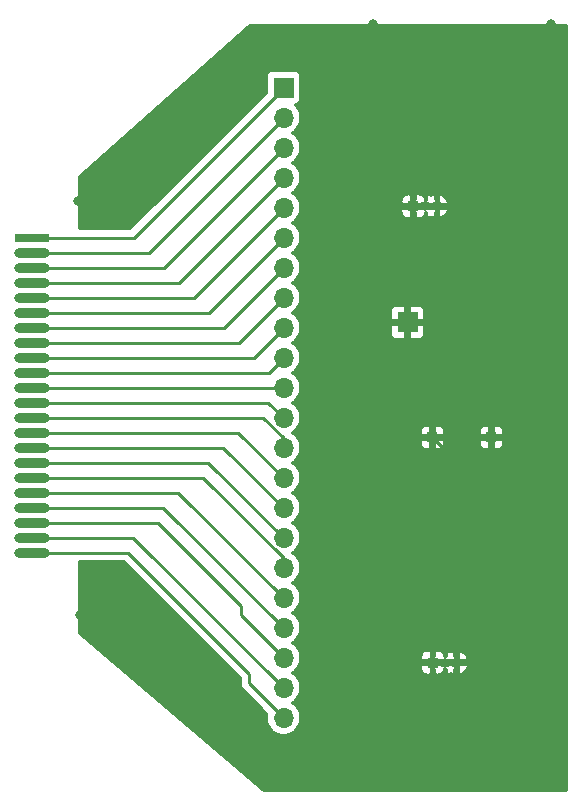
<source format=gbr>
%TF.GenerationSoftware,KiCad,Pcbnew,(5.1.10)-1*%
%TF.CreationDate,2021-07-07T12:53:47+10:00*%
%TF.ProjectId,Converter,436f6e76-6572-4746-9572-2e6b69636164,rev?*%
%TF.SameCoordinates,Original*%
%TF.FileFunction,Copper,L1,Top*%
%TF.FilePolarity,Positive*%
%FSLAX46Y46*%
G04 Gerber Fmt 4.6, Leading zero omitted, Abs format (unit mm)*
G04 Created by KiCad (PCBNEW (5.1.10)-1) date 2021-07-07 12:53:47*
%MOMM*%
%LPD*%
G01*
G04 APERTURE LIST*
%TA.AperFunction,SMDPad,CuDef*%
%ADD10O,3.000000X0.800000*%
%TD*%
%TA.AperFunction,ConnectorPad*%
%ADD11O,3.000000X0.800000*%
%TD*%
%TA.AperFunction,SMDPad,CuDef*%
%ADD12R,3.000000X0.800000*%
%TD*%
%TA.AperFunction,ComponentPad*%
%ADD13R,0.850000X0.850000*%
%TD*%
%TA.AperFunction,ComponentPad*%
%ADD14O,0.850000X0.850000*%
%TD*%
%TA.AperFunction,ComponentPad*%
%ADD15O,1.700000X1.700000*%
%TD*%
%TA.AperFunction,ComponentPad*%
%ADD16R,1.700000X1.700000*%
%TD*%
%TA.AperFunction,ViaPad*%
%ADD17C,0.800000*%
%TD*%
%TA.AperFunction,Conductor*%
%ADD18C,0.250000*%
%TD*%
%TA.AperFunction,Conductor*%
%ADD19C,0.300000*%
%TD*%
%TA.AperFunction,Conductor*%
%ADD20C,0.100000*%
%TD*%
G04 APERTURE END LIST*
D10*
%TO.P,J1,22*%
%TO.N,Net-(J1-Pad22)*%
X111060000Y-109760000D03*
%TO.P,J1,21*%
%TO.N,Net-(J1-Pad21)*%
X111060000Y-108490000D03*
%TO.P,J1,20*%
%TO.N,Net-(J1-Pad20)*%
X111060000Y-107220000D03*
%TO.P,J1,19*%
%TO.N,Net-(J1-Pad19)*%
X111060000Y-105950000D03*
%TO.P,J1,18*%
%TO.N,Net-(J1-Pad18)*%
X111060000Y-104680000D03*
%TO.P,J1,17*%
%TO.N,Net-(J1-Pad17)*%
X111060000Y-103410000D03*
%TO.P,J1,16*%
%TO.N,Net-(J1-Pad16)*%
X111060000Y-102140000D03*
%TO.P,J1,15*%
%TO.N,Net-(J1-Pad15)*%
X111060000Y-100870000D03*
%TO.P,J1,14*%
%TO.N,Net-(J1-Pad14)*%
X111060000Y-99600000D03*
%TO.P,J1,13*%
%TO.N,Net-(J1-Pad13)*%
X111060000Y-98330000D03*
D11*
%TO.P,J1,12*%
%TO.N,Net-(J1-Pad12)*%
X111060000Y-97060000D03*
D10*
%TO.P,J1,11*%
%TO.N,Net-(J1-Pad11)*%
X111060000Y-95790000D03*
%TO.P,J1,10*%
%TO.N,Net-(J1-Pad10)*%
X111060000Y-94520000D03*
%TO.P,J1,9*%
%TO.N,Net-(J1-Pad9)*%
X111060000Y-93250000D03*
D11*
%TO.P,J1,8*%
%TO.N,Net-(J1-Pad8)*%
X111060000Y-91980000D03*
D10*
%TO.P,J1,7*%
%TO.N,Net-(J1-Pad7)*%
X111060000Y-90710000D03*
%TO.P,J1,6*%
%TO.N,Net-(J1-Pad6)*%
X111060000Y-89440000D03*
%TO.P,J1,5*%
%TO.N,Net-(J1-Pad5)*%
X111060000Y-88170000D03*
%TO.P,J1,4*%
%TO.N,Net-(J1-Pad4)*%
X111060000Y-86900000D03*
%TO.P,J1,3*%
%TO.N,Net-(J1-Pad3)*%
X111060000Y-85630000D03*
%TO.P,J1,2*%
%TO.N,Net-(J1-Pad2)*%
X111060000Y-84360000D03*
D12*
%TO.P,J1,1*%
%TO.N,Net-(J1-Pad1)*%
X111060000Y-83090000D03*
%TD*%
D13*
%TO.P,REF\u002A\u002A,1*%
%TO.N,GND*%
X145030000Y-119080000D03*
D14*
%TO.P,REF\u002A\u002A,2*%
X146030000Y-119080000D03*
%TO.P,REF\u002A\u002A,3*%
X147030000Y-119080000D03*
%TD*%
D13*
%TO.P,REF\u002A\u002A,1*%
%TO.N,GND*%
X143380000Y-80440000D03*
D14*
%TO.P,REF\u002A\u002A,2*%
X144380000Y-80440000D03*
%TO.P,REF\u002A\u002A,3*%
X145380000Y-80440000D03*
%TD*%
D13*
%TO.P,REF\u002A\u002A,1*%
%TO.N,GND*%
X150000000Y-100000000D03*
%TD*%
%TO.P,REF\u002A\u002A,1*%
%TO.N,GND*%
X145000000Y-100000000D03*
%TD*%
D15*
%TO.P,J2,22*%
%TO.N,Net-(J1-Pad22)*%
X132400000Y-123740000D03*
%TO.P,J2,21*%
%TO.N,Net-(J1-Pad21)*%
X132400000Y-121200000D03*
%TO.P,J2,20*%
%TO.N,Net-(J1-Pad20)*%
X132400000Y-118660000D03*
%TO.P,J2,19*%
%TO.N,Net-(J1-Pad19)*%
X132400000Y-116120000D03*
%TO.P,J2,18*%
%TO.N,Net-(J1-Pad18)*%
X132400000Y-113580000D03*
%TO.P,J2,17*%
%TO.N,Net-(J1-Pad17)*%
X132400000Y-111040000D03*
%TO.P,J2,16*%
%TO.N,Net-(J1-Pad16)*%
X132400000Y-108500000D03*
%TO.P,J2,15*%
%TO.N,Net-(J1-Pad15)*%
X132400000Y-105960000D03*
%TO.P,J2,14*%
%TO.N,Net-(J1-Pad14)*%
X132400000Y-103420000D03*
%TO.P,J2,13*%
%TO.N,Net-(J1-Pad13)*%
X132400000Y-100880000D03*
%TO.P,J2,12*%
%TO.N,Net-(J1-Pad12)*%
X132400000Y-98340000D03*
%TO.P,J2,11*%
%TO.N,Net-(J1-Pad11)*%
X132400000Y-95800000D03*
%TO.P,J2,10*%
%TO.N,Net-(J1-Pad10)*%
X132400000Y-93260000D03*
%TO.P,J2,9*%
%TO.N,Net-(J1-Pad9)*%
X132400000Y-90720000D03*
%TO.P,J2,8*%
%TO.N,Net-(J1-Pad8)*%
X132400000Y-88180000D03*
%TO.P,J2,7*%
%TO.N,Net-(J1-Pad7)*%
X132400000Y-85640000D03*
%TO.P,J2,6*%
%TO.N,Net-(J1-Pad6)*%
X132400000Y-83100000D03*
%TO.P,J2,5*%
%TO.N,Net-(J1-Pad5)*%
X132400000Y-80560000D03*
%TO.P,J2,4*%
%TO.N,Net-(J1-Pad4)*%
X132400000Y-78020000D03*
%TO.P,J2,3*%
%TO.N,Net-(J1-Pad3)*%
X132400000Y-75480000D03*
%TO.P,J2,2*%
%TO.N,Net-(J1-Pad2)*%
X132400000Y-72940000D03*
D16*
%TO.P,J2,1*%
%TO.N,Net-(J1-Pad1)*%
X132400000Y-70400000D03*
%TD*%
%TO.P,J3,1*%
%TO.N,GND*%
X142900000Y-90270000D03*
%TD*%
D17*
%TO.N,GND*%
X152020000Y-118230000D03*
X124900000Y-122700000D03*
X122300000Y-74400000D03*
X115000000Y-80000000D03*
X129100000Y-68300000D03*
X115200000Y-115000000D03*
X140000000Y-125000000D03*
X140000000Y-115000000D03*
X140000000Y-105000000D03*
X140000000Y-95000000D03*
X140000000Y-85000000D03*
X140000000Y-75000000D03*
X140000000Y-65000000D03*
X155000000Y-65000000D03*
X150770000Y-69270000D03*
X155000000Y-85000000D03*
X150750000Y-90750000D03*
X155000000Y-105000000D03*
X150000000Y-115000000D03*
X143110000Y-71310000D03*
X150670000Y-78570000D03*
X144820000Y-68920000D03*
X143520000Y-109920000D03*
X148460000Y-125800000D03*
%TD*%
D18*
%TO.N,Net-(J1-Pad1)*%
X119710000Y-83090000D02*
X132400000Y-70400000D01*
X111060000Y-83090000D02*
X119710000Y-83090000D01*
%TO.N,Net-(J1-Pad2)*%
X120980000Y-84360000D02*
X132400000Y-72940000D01*
X111060000Y-84360000D02*
X120980000Y-84360000D01*
%TO.N,Net-(J1-Pad3)*%
X122250000Y-85630000D02*
X132400000Y-75480000D01*
X111060000Y-85630000D02*
X122250000Y-85630000D01*
%TO.N,Net-(J1-Pad4)*%
X123520000Y-86900000D02*
X132400000Y-78020000D01*
X111060000Y-86900000D02*
X123520000Y-86900000D01*
%TO.N,Net-(J1-Pad5)*%
X124790000Y-88170000D02*
X132400000Y-80560000D01*
X111060000Y-88170000D02*
X124790000Y-88170000D01*
%TO.N,Net-(J1-Pad6)*%
X126060000Y-89440000D02*
X132400000Y-83100000D01*
X111060000Y-89440000D02*
X126060000Y-89440000D01*
%TO.N,Net-(J1-Pad7)*%
X127330000Y-90710000D02*
X132400000Y-85640000D01*
X111060000Y-90710000D02*
X127330000Y-90710000D01*
%TO.N,Net-(J1-Pad8)*%
X128600000Y-91980000D02*
X132400000Y-88180000D01*
X111060000Y-91980000D02*
X128600000Y-91980000D01*
%TO.N,Net-(J1-Pad9)*%
X129870000Y-93250000D02*
X132400000Y-90720000D01*
X111060000Y-93250000D02*
X129870000Y-93250000D01*
%TO.N,Net-(J1-Pad10)*%
X131140000Y-94520000D02*
X132400000Y-93260000D01*
X111060000Y-94520000D02*
X131140000Y-94520000D01*
%TO.N,Net-(J1-Pad11)*%
X111070000Y-95800000D02*
X111060000Y-95790000D01*
X132400000Y-95800000D02*
X111070000Y-95800000D01*
%TO.N,Net-(J1-Pad12)*%
X131120000Y-97060000D02*
X132400000Y-98340000D01*
X111060000Y-97060000D02*
X131120000Y-97060000D01*
%TO.N,Net-(J1-Pad13)*%
X132400000Y-100079002D02*
X132400000Y-100880000D01*
X130650998Y-98330000D02*
X132400000Y-100079002D01*
X111060000Y-98330000D02*
X130650998Y-98330000D01*
%TO.N,Net-(J1-Pad14)*%
X128580000Y-99600000D02*
X132400000Y-103420000D01*
X111060000Y-99600000D02*
X128580000Y-99600000D01*
%TO.N,Net-(J1-Pad15)*%
X127310000Y-100870000D02*
X132400000Y-105960000D01*
X111060000Y-100870000D02*
X127310000Y-100870000D01*
%TO.N,Net-(J1-Pad16)*%
X126040000Y-102140000D02*
X132400000Y-108500000D01*
X111060000Y-102140000D02*
X126040000Y-102140000D01*
%TO.N,Net-(J1-Pad17)*%
X132400000Y-110239002D02*
X132400000Y-111040000D01*
X125570998Y-103410000D02*
X132400000Y-110239002D01*
X111060000Y-103410000D02*
X125570998Y-103410000D01*
%TO.N,Net-(J1-Pad18)*%
X123500000Y-104680000D02*
X132400000Y-113580000D01*
X111060000Y-104680000D02*
X123500000Y-104680000D01*
%TO.N,Net-(J1-Pad19)*%
X122230000Y-105950000D02*
X132400000Y-116120000D01*
X111060000Y-105950000D02*
X122230000Y-105950000D01*
%TO.N,Net-(J1-Pad20)*%
X121760998Y-107220000D02*
X128820000Y-114279002D01*
X111060000Y-107220000D02*
X121760998Y-107220000D01*
X128820000Y-115080000D02*
X132400000Y-118660000D01*
X128820000Y-114279002D02*
X128820000Y-115080000D01*
%TO.N,Net-(J1-Pad21)*%
X119690000Y-108490000D02*
X132400000Y-121200000D01*
X111060000Y-108490000D02*
X119690000Y-108490000D01*
%TO.N,Net-(J1-Pad22)*%
X119220998Y-109760000D02*
X129470000Y-120009002D01*
X111060000Y-109760000D02*
X119220998Y-109760000D01*
X129470000Y-120810000D02*
X132400000Y-123740000D01*
X129470000Y-120009002D02*
X129470000Y-120810000D01*
%TO.N,GND*%
X150000000Y-100000000D02*
X145000000Y-100000000D01*
X145000000Y-100000000D02*
X145000000Y-115000000D01*
X155000000Y-110000000D02*
X145000000Y-100000000D01*
X155000000Y-65000000D02*
X155000000Y-70000000D01*
X140000000Y-65000000D02*
X140000000Y-75000000D01*
%TD*%
D19*
%TO.N,GND*%
X156287001Y-129850000D02*
X130707274Y-129850000D01*
X115150000Y-116525161D01*
X115150000Y-110543000D01*
X118896670Y-110543000D01*
X128687000Y-120333332D01*
X128687000Y-120771550D01*
X128683213Y-120810000D01*
X128687000Y-120848450D01*
X128687000Y-120848460D01*
X128698331Y-120963494D01*
X128743103Y-121111090D01*
X128743104Y-121111091D01*
X128815811Y-121247116D01*
X128913658Y-121366343D01*
X128943531Y-121390860D01*
X130933833Y-123381163D01*
X130892000Y-123591475D01*
X130892000Y-123888525D01*
X130949951Y-124179868D01*
X131063627Y-124454306D01*
X131228660Y-124701294D01*
X131438706Y-124911340D01*
X131685694Y-125076373D01*
X131960132Y-125190049D01*
X132251475Y-125248000D01*
X132548525Y-125248000D01*
X132839868Y-125190049D01*
X133114306Y-125076373D01*
X133361294Y-124911340D01*
X133571340Y-124701294D01*
X133736373Y-124454306D01*
X133850049Y-124179868D01*
X133908000Y-123888525D01*
X133908000Y-123591475D01*
X133850049Y-123300132D01*
X133736373Y-123025694D01*
X133571340Y-122778706D01*
X133361294Y-122568660D01*
X133213640Y-122470000D01*
X133361294Y-122371340D01*
X133571340Y-122161294D01*
X133736373Y-121914306D01*
X133850049Y-121639868D01*
X133908000Y-121348525D01*
X133908000Y-121051475D01*
X133850049Y-120760132D01*
X133736373Y-120485694D01*
X133571340Y-120238706D01*
X133361294Y-120028660D01*
X133213640Y-119930000D01*
X133361294Y-119831340D01*
X133571340Y-119621294D01*
X133649045Y-119505000D01*
X143943816Y-119505000D01*
X143956520Y-119633991D01*
X143994146Y-119758024D01*
X144055246Y-119872334D01*
X144137472Y-119972528D01*
X144237666Y-120054754D01*
X144351976Y-120115854D01*
X144476009Y-120153480D01*
X144605000Y-120166184D01*
X144761500Y-120163000D01*
X144926000Y-119998500D01*
X144926000Y-119351356D01*
X144981541Y-119351356D01*
X145054626Y-119550686D01*
X145134000Y-119680795D01*
X145134000Y-119998500D01*
X145298500Y-120163000D01*
X145455000Y-120166184D01*
X145583991Y-120153480D01*
X145708024Y-120115854D01*
X145711310Y-120114098D01*
X145758645Y-120128454D01*
X145926000Y-119992593D01*
X145926000Y-119968297D01*
X146004754Y-119872334D01*
X146065854Y-119758024D01*
X146103480Y-119633991D01*
X146103753Y-119631215D01*
X146134000Y-119680795D01*
X146134000Y-119992593D01*
X146301355Y-120128454D01*
X146386868Y-120102519D01*
X146530000Y-120036187D01*
X146673132Y-120102519D01*
X146758645Y-120128454D01*
X146926000Y-119992593D01*
X146926000Y-119680795D01*
X147005374Y-119550686D01*
X147078459Y-119351356D01*
X146943500Y-119184000D01*
X147134000Y-119184000D01*
X147134000Y-119992593D01*
X147301355Y-120128454D01*
X147386868Y-120102519D01*
X147579494Y-120013250D01*
X147751004Y-119888117D01*
X147894806Y-119731928D01*
X148005374Y-119550686D01*
X148078459Y-119351356D01*
X147943500Y-119184000D01*
X147134000Y-119184000D01*
X146943500Y-119184000D01*
X146116500Y-119184000D01*
X146041502Y-119277002D01*
X145948500Y-119184000D01*
X145116500Y-119184000D01*
X144981541Y-119351356D01*
X144926000Y-119351356D01*
X144926000Y-119184000D01*
X144111500Y-119184000D01*
X143947000Y-119348500D01*
X143943816Y-119505000D01*
X133649045Y-119505000D01*
X133736373Y-119374306D01*
X133850049Y-119099868D01*
X133908000Y-118808525D01*
X133908000Y-118655000D01*
X143943816Y-118655000D01*
X143947000Y-118811500D01*
X144111500Y-118976000D01*
X144926000Y-118976000D01*
X144926000Y-118808644D01*
X144981541Y-118808644D01*
X145116500Y-118976000D01*
X145948500Y-118976000D01*
X146041502Y-118882998D01*
X146116500Y-118976000D01*
X146943500Y-118976000D01*
X147078459Y-118808644D01*
X147005374Y-118609314D01*
X146926000Y-118479205D01*
X146926000Y-118167407D01*
X147134000Y-118167407D01*
X147134000Y-118976000D01*
X147943500Y-118976000D01*
X148078459Y-118808644D01*
X148005374Y-118609314D01*
X147894806Y-118428072D01*
X147751004Y-118271883D01*
X147579494Y-118146750D01*
X147386868Y-118057481D01*
X147301355Y-118031546D01*
X147134000Y-118167407D01*
X146926000Y-118167407D01*
X146758645Y-118031546D01*
X146673132Y-118057481D01*
X146530000Y-118123813D01*
X146386868Y-118057481D01*
X146301355Y-118031546D01*
X146134000Y-118167407D01*
X146134000Y-118479205D01*
X146103753Y-118528785D01*
X146103480Y-118526009D01*
X146065854Y-118401976D01*
X146004754Y-118287666D01*
X145926000Y-118191703D01*
X145926000Y-118167407D01*
X145758645Y-118031546D01*
X145711310Y-118045902D01*
X145708024Y-118044146D01*
X145583991Y-118006520D01*
X145455000Y-117993816D01*
X145298500Y-117997000D01*
X145134000Y-118161500D01*
X145134000Y-118479205D01*
X145054626Y-118609314D01*
X144981541Y-118808644D01*
X144926000Y-118808644D01*
X144926000Y-118161500D01*
X144761500Y-117997000D01*
X144605000Y-117993816D01*
X144476009Y-118006520D01*
X144351976Y-118044146D01*
X144237666Y-118105246D01*
X144137472Y-118187472D01*
X144055246Y-118287666D01*
X143994146Y-118401976D01*
X143956520Y-118526009D01*
X143943816Y-118655000D01*
X133908000Y-118655000D01*
X133908000Y-118511475D01*
X133850049Y-118220132D01*
X133736373Y-117945694D01*
X133571340Y-117698706D01*
X133361294Y-117488660D01*
X133213640Y-117390000D01*
X133361294Y-117291340D01*
X133571340Y-117081294D01*
X133736373Y-116834306D01*
X133850049Y-116559868D01*
X133908000Y-116268525D01*
X133908000Y-115971475D01*
X133850049Y-115680132D01*
X133736373Y-115405694D01*
X133571340Y-115158706D01*
X133361294Y-114948660D01*
X133213640Y-114850000D01*
X133361294Y-114751340D01*
X133571340Y-114541294D01*
X133736373Y-114294306D01*
X133850049Y-114019868D01*
X133908000Y-113728525D01*
X133908000Y-113431475D01*
X133850049Y-113140132D01*
X133736373Y-112865694D01*
X133571340Y-112618706D01*
X133361294Y-112408660D01*
X133213640Y-112310000D01*
X133361294Y-112211340D01*
X133571340Y-112001294D01*
X133736373Y-111754306D01*
X133850049Y-111479868D01*
X133908000Y-111188525D01*
X133908000Y-110891475D01*
X133850049Y-110600132D01*
X133736373Y-110325694D01*
X133571340Y-110078706D01*
X133361294Y-109868660D01*
X133213640Y-109770000D01*
X133361294Y-109671340D01*
X133571340Y-109461294D01*
X133736373Y-109214306D01*
X133850049Y-108939868D01*
X133908000Y-108648525D01*
X133908000Y-108351475D01*
X133850049Y-108060132D01*
X133736373Y-107785694D01*
X133571340Y-107538706D01*
X133361294Y-107328660D01*
X133213640Y-107230000D01*
X133361294Y-107131340D01*
X133571340Y-106921294D01*
X133736373Y-106674306D01*
X133850049Y-106399868D01*
X133908000Y-106108525D01*
X133908000Y-105811475D01*
X133850049Y-105520132D01*
X133736373Y-105245694D01*
X133571340Y-104998706D01*
X133361294Y-104788660D01*
X133213640Y-104690000D01*
X133361294Y-104591340D01*
X133571340Y-104381294D01*
X133736373Y-104134306D01*
X133850049Y-103859868D01*
X133908000Y-103568525D01*
X133908000Y-103271475D01*
X133850049Y-102980132D01*
X133736373Y-102705694D01*
X133571340Y-102458706D01*
X133361294Y-102248660D01*
X133213640Y-102150000D01*
X133361294Y-102051340D01*
X133571340Y-101841294D01*
X133736373Y-101594306D01*
X133850049Y-101319868D01*
X133908000Y-101028525D01*
X133908000Y-100731475D01*
X133850049Y-100440132D01*
X133843782Y-100425000D01*
X143913816Y-100425000D01*
X143926520Y-100553991D01*
X143964146Y-100678024D01*
X144025246Y-100792334D01*
X144107472Y-100892528D01*
X144207666Y-100974754D01*
X144321976Y-101035854D01*
X144446009Y-101073480D01*
X144575000Y-101086184D01*
X144731500Y-101083000D01*
X144896000Y-100918500D01*
X144896000Y-100104000D01*
X145104000Y-100104000D01*
X145104000Y-100918500D01*
X145268500Y-101083000D01*
X145425000Y-101086184D01*
X145553991Y-101073480D01*
X145678024Y-101035854D01*
X145792334Y-100974754D01*
X145892528Y-100892528D01*
X145974754Y-100792334D01*
X146035854Y-100678024D01*
X146073480Y-100553991D01*
X146086184Y-100425000D01*
X148913816Y-100425000D01*
X148926520Y-100553991D01*
X148964146Y-100678024D01*
X149025246Y-100792334D01*
X149107472Y-100892528D01*
X149207666Y-100974754D01*
X149321976Y-101035854D01*
X149446009Y-101073480D01*
X149575000Y-101086184D01*
X149731500Y-101083000D01*
X149896000Y-100918500D01*
X149896000Y-100104000D01*
X150104000Y-100104000D01*
X150104000Y-100918500D01*
X150268500Y-101083000D01*
X150425000Y-101086184D01*
X150553991Y-101073480D01*
X150678024Y-101035854D01*
X150792334Y-100974754D01*
X150892528Y-100892528D01*
X150974754Y-100792334D01*
X151035854Y-100678024D01*
X151073480Y-100553991D01*
X151086184Y-100425000D01*
X151083000Y-100268500D01*
X150918500Y-100104000D01*
X150104000Y-100104000D01*
X149896000Y-100104000D01*
X149081500Y-100104000D01*
X148917000Y-100268500D01*
X148913816Y-100425000D01*
X146086184Y-100425000D01*
X146083000Y-100268500D01*
X145918500Y-100104000D01*
X145104000Y-100104000D01*
X144896000Y-100104000D01*
X144081500Y-100104000D01*
X143917000Y-100268500D01*
X143913816Y-100425000D01*
X133843782Y-100425000D01*
X133736373Y-100165694D01*
X133571340Y-99918706D01*
X133361294Y-99708660D01*
X133213640Y-99610000D01*
X133266020Y-99575000D01*
X143913816Y-99575000D01*
X143917000Y-99731500D01*
X144081500Y-99896000D01*
X144896000Y-99896000D01*
X144896000Y-99081500D01*
X145104000Y-99081500D01*
X145104000Y-99896000D01*
X145918500Y-99896000D01*
X146083000Y-99731500D01*
X146086184Y-99575000D01*
X148913816Y-99575000D01*
X148917000Y-99731500D01*
X149081500Y-99896000D01*
X149896000Y-99896000D01*
X149896000Y-99081500D01*
X150104000Y-99081500D01*
X150104000Y-99896000D01*
X150918500Y-99896000D01*
X151083000Y-99731500D01*
X151086184Y-99575000D01*
X151073480Y-99446009D01*
X151035854Y-99321976D01*
X150974754Y-99207666D01*
X150892528Y-99107472D01*
X150792334Y-99025246D01*
X150678024Y-98964146D01*
X150553991Y-98926520D01*
X150425000Y-98913816D01*
X150268500Y-98917000D01*
X150104000Y-99081500D01*
X149896000Y-99081500D01*
X149731500Y-98917000D01*
X149575000Y-98913816D01*
X149446009Y-98926520D01*
X149321976Y-98964146D01*
X149207666Y-99025246D01*
X149107472Y-99107472D01*
X149025246Y-99207666D01*
X148964146Y-99321976D01*
X148926520Y-99446009D01*
X148913816Y-99575000D01*
X146086184Y-99575000D01*
X146073480Y-99446009D01*
X146035854Y-99321976D01*
X145974754Y-99207666D01*
X145892528Y-99107472D01*
X145792334Y-99025246D01*
X145678024Y-98964146D01*
X145553991Y-98926520D01*
X145425000Y-98913816D01*
X145268500Y-98917000D01*
X145104000Y-99081500D01*
X144896000Y-99081500D01*
X144731500Y-98917000D01*
X144575000Y-98913816D01*
X144446009Y-98926520D01*
X144321976Y-98964146D01*
X144207666Y-99025246D01*
X144107472Y-99107472D01*
X144025246Y-99207666D01*
X143964146Y-99321976D01*
X143926520Y-99446009D01*
X143913816Y-99575000D01*
X133266020Y-99575000D01*
X133361294Y-99511340D01*
X133571340Y-99301294D01*
X133736373Y-99054306D01*
X133850049Y-98779868D01*
X133908000Y-98488525D01*
X133908000Y-98191475D01*
X133850049Y-97900132D01*
X133736373Y-97625694D01*
X133571340Y-97378706D01*
X133361294Y-97168660D01*
X133213640Y-97070000D01*
X133361294Y-96971340D01*
X133571340Y-96761294D01*
X133736373Y-96514306D01*
X133850049Y-96239868D01*
X133908000Y-95948525D01*
X133908000Y-95651475D01*
X133850049Y-95360132D01*
X133736373Y-95085694D01*
X133571340Y-94838706D01*
X133361294Y-94628660D01*
X133213640Y-94530000D01*
X133361294Y-94431340D01*
X133571340Y-94221294D01*
X133736373Y-93974306D01*
X133850049Y-93699868D01*
X133908000Y-93408525D01*
X133908000Y-93111475D01*
X133850049Y-92820132D01*
X133736373Y-92545694D01*
X133571340Y-92298706D01*
X133361294Y-92088660D01*
X133213640Y-91990000D01*
X133361294Y-91891340D01*
X133571340Y-91681294D01*
X133736373Y-91434306D01*
X133850049Y-91159868D01*
X133857979Y-91120000D01*
X141388816Y-91120000D01*
X141401520Y-91248991D01*
X141439146Y-91373024D01*
X141500246Y-91487334D01*
X141582472Y-91587528D01*
X141682666Y-91669754D01*
X141796976Y-91730854D01*
X141921009Y-91768480D01*
X142050000Y-91781184D01*
X142631500Y-91778000D01*
X142796000Y-91613500D01*
X142796000Y-90374000D01*
X143004000Y-90374000D01*
X143004000Y-91613500D01*
X143168500Y-91778000D01*
X143750000Y-91781184D01*
X143878991Y-91768480D01*
X144003024Y-91730854D01*
X144117334Y-91669754D01*
X144217528Y-91587528D01*
X144299754Y-91487334D01*
X144360854Y-91373024D01*
X144398480Y-91248991D01*
X144411184Y-91120000D01*
X144408000Y-90538500D01*
X144243500Y-90374000D01*
X143004000Y-90374000D01*
X142796000Y-90374000D01*
X141556500Y-90374000D01*
X141392000Y-90538500D01*
X141388816Y-91120000D01*
X133857979Y-91120000D01*
X133908000Y-90868525D01*
X133908000Y-90571475D01*
X133850049Y-90280132D01*
X133736373Y-90005694D01*
X133571340Y-89758706D01*
X133361294Y-89548660D01*
X133213640Y-89450000D01*
X133258537Y-89420000D01*
X141388816Y-89420000D01*
X141392000Y-90001500D01*
X141556500Y-90166000D01*
X142796000Y-90166000D01*
X142796000Y-88926500D01*
X143004000Y-88926500D01*
X143004000Y-90166000D01*
X144243500Y-90166000D01*
X144408000Y-90001500D01*
X144411184Y-89420000D01*
X144398480Y-89291009D01*
X144360854Y-89166976D01*
X144299754Y-89052666D01*
X144217528Y-88952472D01*
X144117334Y-88870246D01*
X144003024Y-88809146D01*
X143878991Y-88771520D01*
X143750000Y-88758816D01*
X143168500Y-88762000D01*
X143004000Y-88926500D01*
X142796000Y-88926500D01*
X142631500Y-88762000D01*
X142050000Y-88758816D01*
X141921009Y-88771520D01*
X141796976Y-88809146D01*
X141682666Y-88870246D01*
X141582472Y-88952472D01*
X141500246Y-89052666D01*
X141439146Y-89166976D01*
X141401520Y-89291009D01*
X141388816Y-89420000D01*
X133258537Y-89420000D01*
X133361294Y-89351340D01*
X133571340Y-89141294D01*
X133736373Y-88894306D01*
X133850049Y-88619868D01*
X133908000Y-88328525D01*
X133908000Y-88031475D01*
X133850049Y-87740132D01*
X133736373Y-87465694D01*
X133571340Y-87218706D01*
X133361294Y-87008660D01*
X133213640Y-86910000D01*
X133361294Y-86811340D01*
X133571340Y-86601294D01*
X133736373Y-86354306D01*
X133850049Y-86079868D01*
X133908000Y-85788525D01*
X133908000Y-85491475D01*
X133850049Y-85200132D01*
X133736373Y-84925694D01*
X133571340Y-84678706D01*
X133361294Y-84468660D01*
X133213640Y-84370000D01*
X133361294Y-84271340D01*
X133571340Y-84061294D01*
X133736373Y-83814306D01*
X133850049Y-83539868D01*
X133908000Y-83248525D01*
X133908000Y-82951475D01*
X133850049Y-82660132D01*
X133736373Y-82385694D01*
X133571340Y-82138706D01*
X133361294Y-81928660D01*
X133213640Y-81830000D01*
X133361294Y-81731340D01*
X133571340Y-81521294D01*
X133736373Y-81274306D01*
X133850049Y-80999868D01*
X133876875Y-80865000D01*
X142293816Y-80865000D01*
X142306520Y-80993991D01*
X142344146Y-81118024D01*
X142405246Y-81232334D01*
X142487472Y-81332528D01*
X142587666Y-81414754D01*
X142701976Y-81475854D01*
X142826009Y-81513480D01*
X142955000Y-81526184D01*
X143111500Y-81523000D01*
X143276000Y-81358500D01*
X143276000Y-80711356D01*
X143331541Y-80711356D01*
X143404626Y-80910686D01*
X143484000Y-81040795D01*
X143484000Y-81358500D01*
X143648500Y-81523000D01*
X143805000Y-81526184D01*
X143933991Y-81513480D01*
X144058024Y-81475854D01*
X144061310Y-81474098D01*
X144108645Y-81488454D01*
X144276000Y-81352593D01*
X144276000Y-81328297D01*
X144354754Y-81232334D01*
X144415854Y-81118024D01*
X144453480Y-80993991D01*
X144453753Y-80991215D01*
X144484000Y-81040795D01*
X144484000Y-81352593D01*
X144651355Y-81488454D01*
X144736868Y-81462519D01*
X144880000Y-81396187D01*
X145023132Y-81462519D01*
X145108645Y-81488454D01*
X145276000Y-81352593D01*
X145276000Y-81040795D01*
X145355374Y-80910686D01*
X145428459Y-80711356D01*
X145293500Y-80544000D01*
X145484000Y-80544000D01*
X145484000Y-81352593D01*
X145651355Y-81488454D01*
X145736868Y-81462519D01*
X145929494Y-81373250D01*
X146101004Y-81248117D01*
X146244806Y-81091928D01*
X146355374Y-80910686D01*
X146428459Y-80711356D01*
X146293500Y-80544000D01*
X145484000Y-80544000D01*
X145293500Y-80544000D01*
X144466500Y-80544000D01*
X144391502Y-80637002D01*
X144298500Y-80544000D01*
X143466500Y-80544000D01*
X143331541Y-80711356D01*
X143276000Y-80711356D01*
X143276000Y-80544000D01*
X142461500Y-80544000D01*
X142297000Y-80708500D01*
X142293816Y-80865000D01*
X133876875Y-80865000D01*
X133908000Y-80708525D01*
X133908000Y-80411475D01*
X133850049Y-80120132D01*
X133806502Y-80015000D01*
X142293816Y-80015000D01*
X142297000Y-80171500D01*
X142461500Y-80336000D01*
X143276000Y-80336000D01*
X143276000Y-80168644D01*
X143331541Y-80168644D01*
X143466500Y-80336000D01*
X144298500Y-80336000D01*
X144391502Y-80242998D01*
X144466500Y-80336000D01*
X145293500Y-80336000D01*
X145428459Y-80168644D01*
X145355374Y-79969314D01*
X145276000Y-79839205D01*
X145276000Y-79527407D01*
X145484000Y-79527407D01*
X145484000Y-80336000D01*
X146293500Y-80336000D01*
X146428459Y-80168644D01*
X146355374Y-79969314D01*
X146244806Y-79788072D01*
X146101004Y-79631883D01*
X145929494Y-79506750D01*
X145736868Y-79417481D01*
X145651355Y-79391546D01*
X145484000Y-79527407D01*
X145276000Y-79527407D01*
X145108645Y-79391546D01*
X145023132Y-79417481D01*
X144880000Y-79483813D01*
X144736868Y-79417481D01*
X144651355Y-79391546D01*
X144484000Y-79527407D01*
X144484000Y-79839205D01*
X144453753Y-79888785D01*
X144453480Y-79886009D01*
X144415854Y-79761976D01*
X144354754Y-79647666D01*
X144276000Y-79551703D01*
X144276000Y-79527407D01*
X144108645Y-79391546D01*
X144061310Y-79405902D01*
X144058024Y-79404146D01*
X143933991Y-79366520D01*
X143805000Y-79353816D01*
X143648500Y-79357000D01*
X143484000Y-79521500D01*
X143484000Y-79839205D01*
X143404626Y-79969314D01*
X143331541Y-80168644D01*
X143276000Y-80168644D01*
X143276000Y-79521500D01*
X143111500Y-79357000D01*
X142955000Y-79353816D01*
X142826009Y-79366520D01*
X142701976Y-79404146D01*
X142587666Y-79465246D01*
X142487472Y-79547472D01*
X142405246Y-79647666D01*
X142344146Y-79761976D01*
X142306520Y-79886009D01*
X142293816Y-80015000D01*
X133806502Y-80015000D01*
X133736373Y-79845694D01*
X133571340Y-79598706D01*
X133361294Y-79388660D01*
X133213640Y-79290000D01*
X133361294Y-79191340D01*
X133571340Y-78981294D01*
X133736373Y-78734306D01*
X133850049Y-78459868D01*
X133908000Y-78168525D01*
X133908000Y-77871475D01*
X133850049Y-77580132D01*
X133736373Y-77305694D01*
X133571340Y-77058706D01*
X133361294Y-76848660D01*
X133213640Y-76750000D01*
X133361294Y-76651340D01*
X133571340Y-76441294D01*
X133736373Y-76194306D01*
X133850049Y-75919868D01*
X133908000Y-75628525D01*
X133908000Y-75331475D01*
X133850049Y-75040132D01*
X133736373Y-74765694D01*
X133571340Y-74518706D01*
X133361294Y-74308660D01*
X133213640Y-74210000D01*
X133361294Y-74111340D01*
X133571340Y-73901294D01*
X133736373Y-73654306D01*
X133850049Y-73379868D01*
X133908000Y-73088525D01*
X133908000Y-72791475D01*
X133850049Y-72500132D01*
X133736373Y-72225694D01*
X133571340Y-71978706D01*
X133465017Y-71872383D01*
X133503024Y-71860853D01*
X133617334Y-71799754D01*
X133717527Y-71717527D01*
X133799754Y-71617334D01*
X133860853Y-71503024D01*
X133898479Y-71378990D01*
X133911183Y-71250000D01*
X133911183Y-69550000D01*
X133898479Y-69421010D01*
X133860853Y-69296976D01*
X133799754Y-69182666D01*
X133717527Y-69082473D01*
X133617334Y-69000246D01*
X133503024Y-68939147D01*
X133378990Y-68901521D01*
X133250000Y-68888817D01*
X131550000Y-68888817D01*
X131421010Y-68901521D01*
X131296976Y-68939147D01*
X131182666Y-69000246D01*
X131082473Y-69082473D01*
X131000246Y-69182666D01*
X130939147Y-69296976D01*
X130901521Y-69421010D01*
X130888817Y-69550000D01*
X130888817Y-70803854D01*
X119385672Y-82307000D01*
X115150000Y-82307000D01*
X115150000Y-77956959D01*
X129523768Y-65150000D01*
X156287000Y-65150000D01*
X156287001Y-129850000D01*
%TA.AperFunction,Conductor*%
D20*
G36*
X156287001Y-129850000D02*
G01*
X130707274Y-129850000D01*
X115150000Y-116525161D01*
X115150000Y-110543000D01*
X118896670Y-110543000D01*
X128687000Y-120333332D01*
X128687000Y-120771550D01*
X128683213Y-120810000D01*
X128687000Y-120848450D01*
X128687000Y-120848460D01*
X128698331Y-120963494D01*
X128743103Y-121111090D01*
X128743104Y-121111091D01*
X128815811Y-121247116D01*
X128913658Y-121366343D01*
X128943531Y-121390860D01*
X130933833Y-123381163D01*
X130892000Y-123591475D01*
X130892000Y-123888525D01*
X130949951Y-124179868D01*
X131063627Y-124454306D01*
X131228660Y-124701294D01*
X131438706Y-124911340D01*
X131685694Y-125076373D01*
X131960132Y-125190049D01*
X132251475Y-125248000D01*
X132548525Y-125248000D01*
X132839868Y-125190049D01*
X133114306Y-125076373D01*
X133361294Y-124911340D01*
X133571340Y-124701294D01*
X133736373Y-124454306D01*
X133850049Y-124179868D01*
X133908000Y-123888525D01*
X133908000Y-123591475D01*
X133850049Y-123300132D01*
X133736373Y-123025694D01*
X133571340Y-122778706D01*
X133361294Y-122568660D01*
X133213640Y-122470000D01*
X133361294Y-122371340D01*
X133571340Y-122161294D01*
X133736373Y-121914306D01*
X133850049Y-121639868D01*
X133908000Y-121348525D01*
X133908000Y-121051475D01*
X133850049Y-120760132D01*
X133736373Y-120485694D01*
X133571340Y-120238706D01*
X133361294Y-120028660D01*
X133213640Y-119930000D01*
X133361294Y-119831340D01*
X133571340Y-119621294D01*
X133649045Y-119505000D01*
X143943816Y-119505000D01*
X143956520Y-119633991D01*
X143994146Y-119758024D01*
X144055246Y-119872334D01*
X144137472Y-119972528D01*
X144237666Y-120054754D01*
X144351976Y-120115854D01*
X144476009Y-120153480D01*
X144605000Y-120166184D01*
X144761500Y-120163000D01*
X144926000Y-119998500D01*
X144926000Y-119351356D01*
X144981541Y-119351356D01*
X145054626Y-119550686D01*
X145134000Y-119680795D01*
X145134000Y-119998500D01*
X145298500Y-120163000D01*
X145455000Y-120166184D01*
X145583991Y-120153480D01*
X145708024Y-120115854D01*
X145711310Y-120114098D01*
X145758645Y-120128454D01*
X145926000Y-119992593D01*
X145926000Y-119968297D01*
X146004754Y-119872334D01*
X146065854Y-119758024D01*
X146103480Y-119633991D01*
X146103753Y-119631215D01*
X146134000Y-119680795D01*
X146134000Y-119992593D01*
X146301355Y-120128454D01*
X146386868Y-120102519D01*
X146530000Y-120036187D01*
X146673132Y-120102519D01*
X146758645Y-120128454D01*
X146926000Y-119992593D01*
X146926000Y-119680795D01*
X147005374Y-119550686D01*
X147078459Y-119351356D01*
X146943500Y-119184000D01*
X147134000Y-119184000D01*
X147134000Y-119992593D01*
X147301355Y-120128454D01*
X147386868Y-120102519D01*
X147579494Y-120013250D01*
X147751004Y-119888117D01*
X147894806Y-119731928D01*
X148005374Y-119550686D01*
X148078459Y-119351356D01*
X147943500Y-119184000D01*
X147134000Y-119184000D01*
X146943500Y-119184000D01*
X146116500Y-119184000D01*
X146041502Y-119277002D01*
X145948500Y-119184000D01*
X145116500Y-119184000D01*
X144981541Y-119351356D01*
X144926000Y-119351356D01*
X144926000Y-119184000D01*
X144111500Y-119184000D01*
X143947000Y-119348500D01*
X143943816Y-119505000D01*
X133649045Y-119505000D01*
X133736373Y-119374306D01*
X133850049Y-119099868D01*
X133908000Y-118808525D01*
X133908000Y-118655000D01*
X143943816Y-118655000D01*
X143947000Y-118811500D01*
X144111500Y-118976000D01*
X144926000Y-118976000D01*
X144926000Y-118808644D01*
X144981541Y-118808644D01*
X145116500Y-118976000D01*
X145948500Y-118976000D01*
X146041502Y-118882998D01*
X146116500Y-118976000D01*
X146943500Y-118976000D01*
X147078459Y-118808644D01*
X147005374Y-118609314D01*
X146926000Y-118479205D01*
X146926000Y-118167407D01*
X147134000Y-118167407D01*
X147134000Y-118976000D01*
X147943500Y-118976000D01*
X148078459Y-118808644D01*
X148005374Y-118609314D01*
X147894806Y-118428072D01*
X147751004Y-118271883D01*
X147579494Y-118146750D01*
X147386868Y-118057481D01*
X147301355Y-118031546D01*
X147134000Y-118167407D01*
X146926000Y-118167407D01*
X146758645Y-118031546D01*
X146673132Y-118057481D01*
X146530000Y-118123813D01*
X146386868Y-118057481D01*
X146301355Y-118031546D01*
X146134000Y-118167407D01*
X146134000Y-118479205D01*
X146103753Y-118528785D01*
X146103480Y-118526009D01*
X146065854Y-118401976D01*
X146004754Y-118287666D01*
X145926000Y-118191703D01*
X145926000Y-118167407D01*
X145758645Y-118031546D01*
X145711310Y-118045902D01*
X145708024Y-118044146D01*
X145583991Y-118006520D01*
X145455000Y-117993816D01*
X145298500Y-117997000D01*
X145134000Y-118161500D01*
X145134000Y-118479205D01*
X145054626Y-118609314D01*
X144981541Y-118808644D01*
X144926000Y-118808644D01*
X144926000Y-118161500D01*
X144761500Y-117997000D01*
X144605000Y-117993816D01*
X144476009Y-118006520D01*
X144351976Y-118044146D01*
X144237666Y-118105246D01*
X144137472Y-118187472D01*
X144055246Y-118287666D01*
X143994146Y-118401976D01*
X143956520Y-118526009D01*
X143943816Y-118655000D01*
X133908000Y-118655000D01*
X133908000Y-118511475D01*
X133850049Y-118220132D01*
X133736373Y-117945694D01*
X133571340Y-117698706D01*
X133361294Y-117488660D01*
X133213640Y-117390000D01*
X133361294Y-117291340D01*
X133571340Y-117081294D01*
X133736373Y-116834306D01*
X133850049Y-116559868D01*
X133908000Y-116268525D01*
X133908000Y-115971475D01*
X133850049Y-115680132D01*
X133736373Y-115405694D01*
X133571340Y-115158706D01*
X133361294Y-114948660D01*
X133213640Y-114850000D01*
X133361294Y-114751340D01*
X133571340Y-114541294D01*
X133736373Y-114294306D01*
X133850049Y-114019868D01*
X133908000Y-113728525D01*
X133908000Y-113431475D01*
X133850049Y-113140132D01*
X133736373Y-112865694D01*
X133571340Y-112618706D01*
X133361294Y-112408660D01*
X133213640Y-112310000D01*
X133361294Y-112211340D01*
X133571340Y-112001294D01*
X133736373Y-111754306D01*
X133850049Y-111479868D01*
X133908000Y-111188525D01*
X133908000Y-110891475D01*
X133850049Y-110600132D01*
X133736373Y-110325694D01*
X133571340Y-110078706D01*
X133361294Y-109868660D01*
X133213640Y-109770000D01*
X133361294Y-109671340D01*
X133571340Y-109461294D01*
X133736373Y-109214306D01*
X133850049Y-108939868D01*
X133908000Y-108648525D01*
X133908000Y-108351475D01*
X133850049Y-108060132D01*
X133736373Y-107785694D01*
X133571340Y-107538706D01*
X133361294Y-107328660D01*
X133213640Y-107230000D01*
X133361294Y-107131340D01*
X133571340Y-106921294D01*
X133736373Y-106674306D01*
X133850049Y-106399868D01*
X133908000Y-106108525D01*
X133908000Y-105811475D01*
X133850049Y-105520132D01*
X133736373Y-105245694D01*
X133571340Y-104998706D01*
X133361294Y-104788660D01*
X133213640Y-104690000D01*
X133361294Y-104591340D01*
X133571340Y-104381294D01*
X133736373Y-104134306D01*
X133850049Y-103859868D01*
X133908000Y-103568525D01*
X133908000Y-103271475D01*
X133850049Y-102980132D01*
X133736373Y-102705694D01*
X133571340Y-102458706D01*
X133361294Y-102248660D01*
X133213640Y-102150000D01*
X133361294Y-102051340D01*
X133571340Y-101841294D01*
X133736373Y-101594306D01*
X133850049Y-101319868D01*
X133908000Y-101028525D01*
X133908000Y-100731475D01*
X133850049Y-100440132D01*
X133843782Y-100425000D01*
X143913816Y-100425000D01*
X143926520Y-100553991D01*
X143964146Y-100678024D01*
X144025246Y-100792334D01*
X144107472Y-100892528D01*
X144207666Y-100974754D01*
X144321976Y-101035854D01*
X144446009Y-101073480D01*
X144575000Y-101086184D01*
X144731500Y-101083000D01*
X144896000Y-100918500D01*
X144896000Y-100104000D01*
X145104000Y-100104000D01*
X145104000Y-100918500D01*
X145268500Y-101083000D01*
X145425000Y-101086184D01*
X145553991Y-101073480D01*
X145678024Y-101035854D01*
X145792334Y-100974754D01*
X145892528Y-100892528D01*
X145974754Y-100792334D01*
X146035854Y-100678024D01*
X146073480Y-100553991D01*
X146086184Y-100425000D01*
X148913816Y-100425000D01*
X148926520Y-100553991D01*
X148964146Y-100678024D01*
X149025246Y-100792334D01*
X149107472Y-100892528D01*
X149207666Y-100974754D01*
X149321976Y-101035854D01*
X149446009Y-101073480D01*
X149575000Y-101086184D01*
X149731500Y-101083000D01*
X149896000Y-100918500D01*
X149896000Y-100104000D01*
X150104000Y-100104000D01*
X150104000Y-100918500D01*
X150268500Y-101083000D01*
X150425000Y-101086184D01*
X150553991Y-101073480D01*
X150678024Y-101035854D01*
X150792334Y-100974754D01*
X150892528Y-100892528D01*
X150974754Y-100792334D01*
X151035854Y-100678024D01*
X151073480Y-100553991D01*
X151086184Y-100425000D01*
X151083000Y-100268500D01*
X150918500Y-100104000D01*
X150104000Y-100104000D01*
X149896000Y-100104000D01*
X149081500Y-100104000D01*
X148917000Y-100268500D01*
X148913816Y-100425000D01*
X146086184Y-100425000D01*
X146083000Y-100268500D01*
X145918500Y-100104000D01*
X145104000Y-100104000D01*
X144896000Y-100104000D01*
X144081500Y-100104000D01*
X143917000Y-100268500D01*
X143913816Y-100425000D01*
X133843782Y-100425000D01*
X133736373Y-100165694D01*
X133571340Y-99918706D01*
X133361294Y-99708660D01*
X133213640Y-99610000D01*
X133266020Y-99575000D01*
X143913816Y-99575000D01*
X143917000Y-99731500D01*
X144081500Y-99896000D01*
X144896000Y-99896000D01*
X144896000Y-99081500D01*
X145104000Y-99081500D01*
X145104000Y-99896000D01*
X145918500Y-99896000D01*
X146083000Y-99731500D01*
X146086184Y-99575000D01*
X148913816Y-99575000D01*
X148917000Y-99731500D01*
X149081500Y-99896000D01*
X149896000Y-99896000D01*
X149896000Y-99081500D01*
X150104000Y-99081500D01*
X150104000Y-99896000D01*
X150918500Y-99896000D01*
X151083000Y-99731500D01*
X151086184Y-99575000D01*
X151073480Y-99446009D01*
X151035854Y-99321976D01*
X150974754Y-99207666D01*
X150892528Y-99107472D01*
X150792334Y-99025246D01*
X150678024Y-98964146D01*
X150553991Y-98926520D01*
X150425000Y-98913816D01*
X150268500Y-98917000D01*
X150104000Y-99081500D01*
X149896000Y-99081500D01*
X149731500Y-98917000D01*
X149575000Y-98913816D01*
X149446009Y-98926520D01*
X149321976Y-98964146D01*
X149207666Y-99025246D01*
X149107472Y-99107472D01*
X149025246Y-99207666D01*
X148964146Y-99321976D01*
X148926520Y-99446009D01*
X148913816Y-99575000D01*
X146086184Y-99575000D01*
X146073480Y-99446009D01*
X146035854Y-99321976D01*
X145974754Y-99207666D01*
X145892528Y-99107472D01*
X145792334Y-99025246D01*
X145678024Y-98964146D01*
X145553991Y-98926520D01*
X145425000Y-98913816D01*
X145268500Y-98917000D01*
X145104000Y-99081500D01*
X144896000Y-99081500D01*
X144731500Y-98917000D01*
X144575000Y-98913816D01*
X144446009Y-98926520D01*
X144321976Y-98964146D01*
X144207666Y-99025246D01*
X144107472Y-99107472D01*
X144025246Y-99207666D01*
X143964146Y-99321976D01*
X143926520Y-99446009D01*
X143913816Y-99575000D01*
X133266020Y-99575000D01*
X133361294Y-99511340D01*
X133571340Y-99301294D01*
X133736373Y-99054306D01*
X133850049Y-98779868D01*
X133908000Y-98488525D01*
X133908000Y-98191475D01*
X133850049Y-97900132D01*
X133736373Y-97625694D01*
X133571340Y-97378706D01*
X133361294Y-97168660D01*
X133213640Y-97070000D01*
X133361294Y-96971340D01*
X133571340Y-96761294D01*
X133736373Y-96514306D01*
X133850049Y-96239868D01*
X133908000Y-95948525D01*
X133908000Y-95651475D01*
X133850049Y-95360132D01*
X133736373Y-95085694D01*
X133571340Y-94838706D01*
X133361294Y-94628660D01*
X133213640Y-94530000D01*
X133361294Y-94431340D01*
X133571340Y-94221294D01*
X133736373Y-93974306D01*
X133850049Y-93699868D01*
X133908000Y-93408525D01*
X133908000Y-93111475D01*
X133850049Y-92820132D01*
X133736373Y-92545694D01*
X133571340Y-92298706D01*
X133361294Y-92088660D01*
X133213640Y-91990000D01*
X133361294Y-91891340D01*
X133571340Y-91681294D01*
X133736373Y-91434306D01*
X133850049Y-91159868D01*
X133857979Y-91120000D01*
X141388816Y-91120000D01*
X141401520Y-91248991D01*
X141439146Y-91373024D01*
X141500246Y-91487334D01*
X141582472Y-91587528D01*
X141682666Y-91669754D01*
X141796976Y-91730854D01*
X141921009Y-91768480D01*
X142050000Y-91781184D01*
X142631500Y-91778000D01*
X142796000Y-91613500D01*
X142796000Y-90374000D01*
X143004000Y-90374000D01*
X143004000Y-91613500D01*
X143168500Y-91778000D01*
X143750000Y-91781184D01*
X143878991Y-91768480D01*
X144003024Y-91730854D01*
X144117334Y-91669754D01*
X144217528Y-91587528D01*
X144299754Y-91487334D01*
X144360854Y-91373024D01*
X144398480Y-91248991D01*
X144411184Y-91120000D01*
X144408000Y-90538500D01*
X144243500Y-90374000D01*
X143004000Y-90374000D01*
X142796000Y-90374000D01*
X141556500Y-90374000D01*
X141392000Y-90538500D01*
X141388816Y-91120000D01*
X133857979Y-91120000D01*
X133908000Y-90868525D01*
X133908000Y-90571475D01*
X133850049Y-90280132D01*
X133736373Y-90005694D01*
X133571340Y-89758706D01*
X133361294Y-89548660D01*
X133213640Y-89450000D01*
X133258537Y-89420000D01*
X141388816Y-89420000D01*
X141392000Y-90001500D01*
X141556500Y-90166000D01*
X142796000Y-90166000D01*
X142796000Y-88926500D01*
X143004000Y-88926500D01*
X143004000Y-90166000D01*
X144243500Y-90166000D01*
X144408000Y-90001500D01*
X144411184Y-89420000D01*
X144398480Y-89291009D01*
X144360854Y-89166976D01*
X144299754Y-89052666D01*
X144217528Y-88952472D01*
X144117334Y-88870246D01*
X144003024Y-88809146D01*
X143878991Y-88771520D01*
X143750000Y-88758816D01*
X143168500Y-88762000D01*
X143004000Y-88926500D01*
X142796000Y-88926500D01*
X142631500Y-88762000D01*
X142050000Y-88758816D01*
X141921009Y-88771520D01*
X141796976Y-88809146D01*
X141682666Y-88870246D01*
X141582472Y-88952472D01*
X141500246Y-89052666D01*
X141439146Y-89166976D01*
X141401520Y-89291009D01*
X141388816Y-89420000D01*
X133258537Y-89420000D01*
X133361294Y-89351340D01*
X133571340Y-89141294D01*
X133736373Y-88894306D01*
X133850049Y-88619868D01*
X133908000Y-88328525D01*
X133908000Y-88031475D01*
X133850049Y-87740132D01*
X133736373Y-87465694D01*
X133571340Y-87218706D01*
X133361294Y-87008660D01*
X133213640Y-86910000D01*
X133361294Y-86811340D01*
X133571340Y-86601294D01*
X133736373Y-86354306D01*
X133850049Y-86079868D01*
X133908000Y-85788525D01*
X133908000Y-85491475D01*
X133850049Y-85200132D01*
X133736373Y-84925694D01*
X133571340Y-84678706D01*
X133361294Y-84468660D01*
X133213640Y-84370000D01*
X133361294Y-84271340D01*
X133571340Y-84061294D01*
X133736373Y-83814306D01*
X133850049Y-83539868D01*
X133908000Y-83248525D01*
X133908000Y-82951475D01*
X133850049Y-82660132D01*
X133736373Y-82385694D01*
X133571340Y-82138706D01*
X133361294Y-81928660D01*
X133213640Y-81830000D01*
X133361294Y-81731340D01*
X133571340Y-81521294D01*
X133736373Y-81274306D01*
X133850049Y-80999868D01*
X133876875Y-80865000D01*
X142293816Y-80865000D01*
X142306520Y-80993991D01*
X142344146Y-81118024D01*
X142405246Y-81232334D01*
X142487472Y-81332528D01*
X142587666Y-81414754D01*
X142701976Y-81475854D01*
X142826009Y-81513480D01*
X142955000Y-81526184D01*
X143111500Y-81523000D01*
X143276000Y-81358500D01*
X143276000Y-80711356D01*
X143331541Y-80711356D01*
X143404626Y-80910686D01*
X143484000Y-81040795D01*
X143484000Y-81358500D01*
X143648500Y-81523000D01*
X143805000Y-81526184D01*
X143933991Y-81513480D01*
X144058024Y-81475854D01*
X144061310Y-81474098D01*
X144108645Y-81488454D01*
X144276000Y-81352593D01*
X144276000Y-81328297D01*
X144354754Y-81232334D01*
X144415854Y-81118024D01*
X144453480Y-80993991D01*
X144453753Y-80991215D01*
X144484000Y-81040795D01*
X144484000Y-81352593D01*
X144651355Y-81488454D01*
X144736868Y-81462519D01*
X144880000Y-81396187D01*
X145023132Y-81462519D01*
X145108645Y-81488454D01*
X145276000Y-81352593D01*
X145276000Y-81040795D01*
X145355374Y-80910686D01*
X145428459Y-80711356D01*
X145293500Y-80544000D01*
X145484000Y-80544000D01*
X145484000Y-81352593D01*
X145651355Y-81488454D01*
X145736868Y-81462519D01*
X145929494Y-81373250D01*
X146101004Y-81248117D01*
X146244806Y-81091928D01*
X146355374Y-80910686D01*
X146428459Y-80711356D01*
X146293500Y-80544000D01*
X145484000Y-80544000D01*
X145293500Y-80544000D01*
X144466500Y-80544000D01*
X144391502Y-80637002D01*
X144298500Y-80544000D01*
X143466500Y-80544000D01*
X143331541Y-80711356D01*
X143276000Y-80711356D01*
X143276000Y-80544000D01*
X142461500Y-80544000D01*
X142297000Y-80708500D01*
X142293816Y-80865000D01*
X133876875Y-80865000D01*
X133908000Y-80708525D01*
X133908000Y-80411475D01*
X133850049Y-80120132D01*
X133806502Y-80015000D01*
X142293816Y-80015000D01*
X142297000Y-80171500D01*
X142461500Y-80336000D01*
X143276000Y-80336000D01*
X143276000Y-80168644D01*
X143331541Y-80168644D01*
X143466500Y-80336000D01*
X144298500Y-80336000D01*
X144391502Y-80242998D01*
X144466500Y-80336000D01*
X145293500Y-80336000D01*
X145428459Y-80168644D01*
X145355374Y-79969314D01*
X145276000Y-79839205D01*
X145276000Y-79527407D01*
X145484000Y-79527407D01*
X145484000Y-80336000D01*
X146293500Y-80336000D01*
X146428459Y-80168644D01*
X146355374Y-79969314D01*
X146244806Y-79788072D01*
X146101004Y-79631883D01*
X145929494Y-79506750D01*
X145736868Y-79417481D01*
X145651355Y-79391546D01*
X145484000Y-79527407D01*
X145276000Y-79527407D01*
X145108645Y-79391546D01*
X145023132Y-79417481D01*
X144880000Y-79483813D01*
X144736868Y-79417481D01*
X144651355Y-79391546D01*
X144484000Y-79527407D01*
X144484000Y-79839205D01*
X144453753Y-79888785D01*
X144453480Y-79886009D01*
X144415854Y-79761976D01*
X144354754Y-79647666D01*
X144276000Y-79551703D01*
X144276000Y-79527407D01*
X144108645Y-79391546D01*
X144061310Y-79405902D01*
X144058024Y-79404146D01*
X143933991Y-79366520D01*
X143805000Y-79353816D01*
X143648500Y-79357000D01*
X143484000Y-79521500D01*
X143484000Y-79839205D01*
X143404626Y-79969314D01*
X143331541Y-80168644D01*
X143276000Y-80168644D01*
X143276000Y-79521500D01*
X143111500Y-79357000D01*
X142955000Y-79353816D01*
X142826009Y-79366520D01*
X142701976Y-79404146D01*
X142587666Y-79465246D01*
X142487472Y-79547472D01*
X142405246Y-79647666D01*
X142344146Y-79761976D01*
X142306520Y-79886009D01*
X142293816Y-80015000D01*
X133806502Y-80015000D01*
X133736373Y-79845694D01*
X133571340Y-79598706D01*
X133361294Y-79388660D01*
X133213640Y-79290000D01*
X133361294Y-79191340D01*
X133571340Y-78981294D01*
X133736373Y-78734306D01*
X133850049Y-78459868D01*
X133908000Y-78168525D01*
X133908000Y-77871475D01*
X133850049Y-77580132D01*
X133736373Y-77305694D01*
X133571340Y-77058706D01*
X133361294Y-76848660D01*
X133213640Y-76750000D01*
X133361294Y-76651340D01*
X133571340Y-76441294D01*
X133736373Y-76194306D01*
X133850049Y-75919868D01*
X133908000Y-75628525D01*
X133908000Y-75331475D01*
X133850049Y-75040132D01*
X133736373Y-74765694D01*
X133571340Y-74518706D01*
X133361294Y-74308660D01*
X133213640Y-74210000D01*
X133361294Y-74111340D01*
X133571340Y-73901294D01*
X133736373Y-73654306D01*
X133850049Y-73379868D01*
X133908000Y-73088525D01*
X133908000Y-72791475D01*
X133850049Y-72500132D01*
X133736373Y-72225694D01*
X133571340Y-71978706D01*
X133465017Y-71872383D01*
X133503024Y-71860853D01*
X133617334Y-71799754D01*
X133717527Y-71717527D01*
X133799754Y-71617334D01*
X133860853Y-71503024D01*
X133898479Y-71378990D01*
X133911183Y-71250000D01*
X133911183Y-69550000D01*
X133898479Y-69421010D01*
X133860853Y-69296976D01*
X133799754Y-69182666D01*
X133717527Y-69082473D01*
X133617334Y-69000246D01*
X133503024Y-68939147D01*
X133378990Y-68901521D01*
X133250000Y-68888817D01*
X131550000Y-68888817D01*
X131421010Y-68901521D01*
X131296976Y-68939147D01*
X131182666Y-69000246D01*
X131082473Y-69082473D01*
X131000246Y-69182666D01*
X130939147Y-69296976D01*
X130901521Y-69421010D01*
X130888817Y-69550000D01*
X130888817Y-70803854D01*
X119385672Y-82307000D01*
X115150000Y-82307000D01*
X115150000Y-77956959D01*
X129523768Y-65150000D01*
X156287000Y-65150000D01*
X156287001Y-129850000D01*
G37*
%TD.AperFunction*%
%TD*%
M02*

</source>
